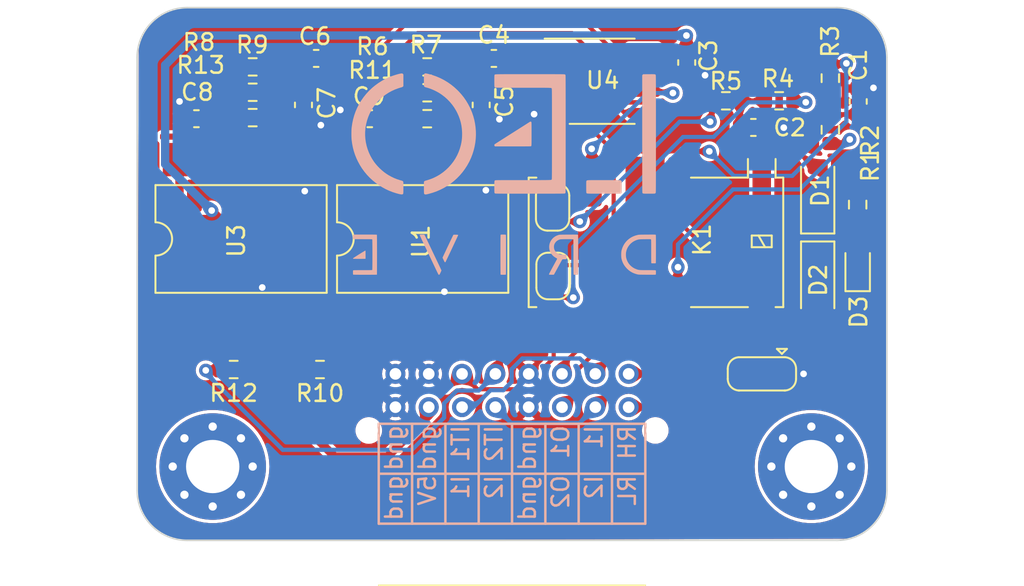
<source format=kicad_pcb>
(kicad_pcb (version 20221018) (generator pcbnew)
  (layers (0 "F.Cu" signal) (31 "B.Cu" signal) (34 "B.Paste" user) (35 "F.Paste" user) (36 "B.SilkS" user "B.Silkscreen") (37 "F.SilkS" user "F.Silkscreen") (38 "B.Mask" user) (39 "F.Mask" user) (44 "Edge.Cuts" user))
  (net 0 "")
  (net 1 "+5V")
  (net 2 "GND")
  (net 3 "Net-(D1-K)")
  (net 4 "Net-(D2-A)")
  (net 5 "AO_int_1")
  (net 6 "AO_int_2")
  (net 7 "CANL_int")
  (net 8 "CANH_int")
  (net 9 "Relay_Highside")
  (net 10 "AI_1")
  (net 11 "AI_2")
  (net 12 "Relay_Lowside")
  (net 13 "Net-(C1-Pad1)")
  (net 14 "Net-(C2-Pad1)")
  (net 15 "Net-(C4-Pad2)")
  (net 16 "Net-(C6-Pad2)")
  (net 17 "Net-(D3-A)")
  (net 18 "CANL_out")
  (net 19 "CANH_out")
  (net 20 "Net-(U1-VO)")
  (net 21 "Net-(U3-VO)")
  (net 24 "Net-(U4A-+)")
  (net 25 "Net-(U4B-+)")
  (footprint "Molex_PAD:S16B-PADSS-1" (layer "F.Cu") (at 104.8496 73.9912 180)
    (fp_text reference "J2" hide)
    (fp_text value "Conn_02x08_Odd_Even")
  )
  (footprint "Resistor_SMD:R_0603_1608Metric" (layer "F.Cu") (at 86.282 55.072198 180)
    (fp_text reference "R8")
    (fp_text value "10k")
  )
  (footprint "Resistor_SMD:R_0603_1608Metric" (layer "F.Cu") (at 90.3224 71.7296 180)
    (fp_text reference "R10")
    (fp_text value "330")
  )
  (footprint "Resistor_SMD:R_0603_1608Metric" (layer "F.Cu") (at 114.685 55.586198 180)
    (fp_text reference "R5")
    (fp_text value "60R")
  )
  (footprint "Resistor_SMD:R_0603_1608Metric" (layer "F.Cu") (at 117.885 55.586198 180)
    (fp_text reference "R4")
    (fp_text value "60R")
  )
  (footprint "Resistor_SMD:R_0603_1608Metric" (layer "F.Cu") (at 120.9562 54.226 90)
    (fp_text reference "R3")
    (fp_text value "60R")
  )
  (footprint "Diode_SMD:D_SOD-123" (layer "F.Cu") (at 120.1975 66.398698 -90)
    (fp_text reference "D2")
    (fp_text value "B0530W-HT")
  )
  (footprint "Resistor_SMD:R_0603_1608Metric" (layer "F.Cu") (at 96.759 55.104698 180)
    (fp_text reference "R6")
    (fp_text value "10k")
  )
  (footprint "Capacitor_SMD:C_0603_1608Metric" (layer "F.Cu") (at 100.76 53.040198 180)
    (fp_text reference "C4")
    (fp_text value "100n")
  )
  (footprint "Capacitor_SMD:C_0603_1608Metric" (layer "F.Cu") (at 99.998 55.834198 -90)
    (fp_text reference "C5")
    (fp_text value "100n")
  )
  (footprint "MountingHole:MountingHole_3.2mm_M3_Pad_Via" (layer "F.Cu") (at 119.8176 77.5592)
    (fp_text reference "REF**" hide)
    (fp_text value "MountingHole_3.2mm_M3_Pad_Via")
  )
  (footprint "Capacitor_SMD:C_0603_1608Metric" (layer "F.Cu") (at 112.335 53.286198 -90)
    (fp_text reference "C3")
    (fp_text value "100n")
  )
  (footprint "Capacitor_SMD:C_0603_1608Metric" (layer "F.Cu") (at 116.335 57.186198)
    (fp_text reference "C2")
    (fp_text value "4.7nF")
  )
  (footprint "Capacitor_SMD:C_0603_1608Metric" (layer "F.Cu") (at 82.904 56.661198 180)
    (fp_text reference "C8")
    (fp_text value "100n")
  )
  (footprint "Jumper:SolderJumper-2_P1.3mm_Bridged_RoundedPad1.0x1.5mm" (layer "F.Cu") (at 104.31 66.111198 -90)
    (fp_text reference "JP3" hide)
    (fp_text value "Jumper_2_Bridged")
  )
  (footprint "Resistor_SMD:R_0603_1608Metric" (layer "F.Cu") (at 122.5975 61.823698 90)
    (fp_text reference "R1")
    (fp_text value "1k")
  )
  (footprint "Capacitor_SMD:C_0603_1608Metric" (layer "F.Cu") (at 93.31 56.661198 180)
    (fp_text reference "C9")
    (fp_text value "100n")
  )
  (footprint "Package_DIP:SMDIP-8_W9.53mm" (layer "F.Cu") (at 85.585 63.886198 90)
    (fp_text reference "U3")
    (fp_text value "6N137")
  )
  (footprint "Jumper:SolderJumper-3_P1.3mm_Bridged12_RoundedPad1.0x1.5mm" (layer "F.Cu") (at 116.8496 71.9912 180)
    (fp_text reference "JP1" hide)
    (fp_text value "Jumper_3_Bridged12")
  )
  (footprint "Jumper:SolderJumper-2_P1.3mm_Bridged_RoundedPad1.0x1.5mm" (layer "F.Cu") (at 104.285 61.986198 -90)
    (fp_text reference "JP2" hide)
    (fp_text value "Jumper_2_Bridged")
  )
  (footprint "Resistor_SMD:R_0603_1608Metric" (layer "F.Cu") (at 96.759 56.661198 180)
    (fp_text reference "R11")
    (fp_text value "330")
  )
  (footprint "Package_SO:SOIC-8_3.9x4.9mm_P1.27mm" (layer "F.Cu") (at 107.26 54.411198)
    (fp_text reference "U4")
    (fp_text value "LMC6482")
  )
  (footprint "LED_SMD:LED_0603_1608Metric" (layer "F.Cu") (at 122.5975 65.536198 90)
    (fp_text reference "D3")
    (fp_text value "LED")
  )
  (footprint "Diode_SMD:D_SOD-123" (layer "F.Cu") (at 120.1975 61.198698 90)
    (fp_text reference "D1")
    (fp_text value "MMSZ9V1-HT")
  )
  (footprint "Capacitor_SMD:C_0603_1608Metric" (layer "F.Cu") (at 122.6312 55.626 90)
    (fp_text reference "C1")
    (fp_text value "4.7nF")
  )
  (footprint "Resistor_SMD:R_0603_1608Metric" (layer "F.Cu") (at 85.1408 71.7296)
    (fp_text reference "R12")
    (fp_text value "330")
  )
  (footprint "Resistor_SMD:R_0603_1608Metric" (layer "F.Cu") (at 86.282 53.548198)
    (fp_text reference "R9")
    (fp_text value "10k")
  )
  (footprint "Relay_SMD:Relay_DPDT_Kemet_EE2_NU" (layer "F.Cu") (at 110.49 64.091198 -90)
    (fp_text reference "K1")
    (fp_text value "TX2SA-12V")
  )
  (footprint "Package_DIP:SMDIP-8_W9.53mm" (layer "F.Cu") (at 96.485 63.886198 90)
    (fp_text reference "U1")
    (fp_text value "6N137")
  )
  (footprint "Capacitor_SMD:C_0603_1608Metric" (layer "F.Cu") (at 90.092 53.040198 180)
    (fp_text reference "C6")
    (fp_text value "100n")
  )
  (footprint "MountingHole:MountingHole_3.2mm_M3_Pad_Via" (layer "F.Cu") (at 83.8816 77.5592)
    (fp_text reference "REF**" hide)
    (fp_text value "MountingHole_3.2mm_M3_Pad_Via")
  )
  (footprint "Resistor_SMD:R_0603_1608Metric" (layer "F.Cu") (at 120.9562 57.326 90)
    (fp_text reference "R2")
    (fp_text value "60R")
  )
  (footprint "Resistor_SMD:R_0603_1608Metric" (layer "F.Cu") (at 96.759 53.548198)
    (fp_text reference "R7")
    (fp_text value "10k")
  )
  (footprint "Resistor_SMD:R_0603_1608Metric" (layer "F.Cu") (at 86.282 56.596198 180)
    (fp_text reference "R13")
    (fp_text value "330")
  )
  (footprint "Capacitor_SMD:C_0603_1608Metric" (layer "F.Cu") (at 89.33 55.834198 -90)
    (fp_text reference "C7")
    (fp_text value "100n")
  )
  (footprint "LOGO" (layer "B.Cu") (at 101.3496 59.9912 180)
    (fp_text reference "G***" hide)
    (fp_text value "LOGO" hide)
  )
  (gr_line (start 93.8496 77.9912) (end 109.8496 77.9912) (stroke (width 0.15)) (layer "B.SilkS"))
  (gr_line (start 101.8496 74.9912) (end 101.8496 80.9912) (stroke (width 0.15)) (layer "B.SilkS"))
  (gr_line (start 97.8496 74.9912) (end 97.8496 80.9912) (stroke (width 0.15)) (layer "B.SilkS"))
  (gr_line (start 99.8496 74.9912) (end 99.8496 80.9912) (stroke (width 0.15)) (layer "B.SilkS"))
  (gr_line (start 93.8496 80.9912) (end 93.8496 74.9912) (stroke (width 0.15)) (layer "B.SilkS"))
  (gr_line (start 95.8496 74.9912) (end 95.8496 80.9912) (stroke (width 0.15)) (layer "B.SilkS"))
  (gr_line (start 93.8496 74.9912) (end 109.8496 74.9912) (stroke (width 0.15)) (layer "B.SilkS"))
  (gr_line (start 105.8496 74.9912) (end 105.8496 80.9912) (stroke (width 0.15)) (layer "B.SilkS"))
  (gr_line (start 103.8496 74.9912) (end 103.8496 80.9912) (stroke (width 0.15)) (layer "B.SilkS"))
  (gr_line (start 107.8496 74.9912) (end 107.8496 80.9912) (stroke (width 0.15)) (layer "B.SilkS"))
  (gr_line (start 109.8496 80.9912) (end 93.8496 80.9912) (stroke (width 0.15)) (layer "B.SilkS"))
  (gr_line (start 109.8496 74.9912) (end 109.8496 80.9912) (stroke (width 0.15)) (layer "B.SilkS"))
  (gr_line (start 79.3496 78.9912) (end 79.3496 52.9912) (stroke (width 0.1)) (layer "Edge.Cuts"))
  (gr_arc (start 79.3496 52.9912) (mid 80.22828 50.86988) (end 82.3496 49.9912) (stroke (width 0.1)) (layer "Edge.Cuts"))
  (gr_arc (start 124.3496 78.9912) (mid 123.47092 81.11252) (end 121.3496 81.9912) (stroke (width 0.1)) (layer "Edge.Cuts"))
  (gr_arc (start 121.3496 49.9912) (mid 123.47092 50.86988) (end 124.3496 52.9912) (stroke (width 0.1)) (layer "Edge.Cuts"))
  (gr_line (start 121.3496 49.9912) (end 82.3496 49.9912) (stroke (width 0.1)) (layer "Edge.Cuts"))
  (gr_line (start 124.3496 78.9912) (end 124.3496 52.9912) (stroke (width 0.1)) (layer "Edge.Cuts"))
  (gr_line (start 82.3496 81.9912) (end 121.3496 81.9912) (stroke (width 0.1)) (layer "Edge.Cuts"))
  (gr_arc (start 82.3496 81.9912) (mid 80.22828 81.11252) (end 79.3496 78.9912) (stroke (width 0.1)) (layer "Edge.Cuts"))
  (gr_text "RH" (at 109.3496 74.9912 90) (layer "B.SilkS") (effects (font (size 1 1)) (justify left bottom mirror)))
  (gr_text "gnd" (at 95.3496 77.9912 90) (layer "B.SilkS") (effects (font (size 1 1)) (justify left bottom mirror)))
  (gr_text "IT2" (at 101.3496 74.9912 90) (layer "B.SilkS") (effects (font (size 1 1)) (justify left bottom mirror)))
  (gr_text "I1" (at 107.3496 74.9912 90) (layer "B.SilkS") (effects (font (size 1 1)) (justify left bottom mirror)))
  (gr_text "gnd" (at 95.3496 74.9912 90) (layer "B.SilkS") (effects (font (size 1 1)) (justify left bottom mirror)))
  (gr_text "I2" (at 101.3496 77.9912 90) (layer "B.SilkS") (effects (font (size 1 1)) (justify left bottom mirror)))
  (gr_text "I2" (at 107.3496 77.9912 90) (layer "B.SilkS") (effects (font (size 1 1)) (justify left bottom mirror)))
  (gr_text "RL" (at 109.3496 77.9912 90) (layer "B.SilkS") (effects (font (size 1 1)) (justify left bottom mirror)))
  (gr_text "5V\n" (at 97.3496 77.9912 90) (layer "B.SilkS") (effects (font (size 1 1)) (justify left bottom mirror)))
  (gr_text "gnd" (at 103.3496 77.9912 90) (layer "B.SilkS") (effects (font (size 1 1)) (justify left bottom mirror)))
  (gr_text "gnd" (at 97.3496 74.9912 90) (layer "B.SilkS") (effects (font (size 1 1)) (justify left bottom mirror)))
  (gr_text "O1" (at 105.3496 74.9912 90) (layer "B.SilkS") (effects (font (size 1 1)) (justify left bottom mirror)))
  (gr_text "I1" (at 99.3496 77.9912 90) (layer "B.SilkS") (effects (font (size 1 1)) (justify left bottom mirror)))
  (gr_text "gnd" (at 103.3496 74.9912 90) (layer "B.SilkS") (effects (font (size 1 1)) (justify left bottom mirror)))
  (gr_text "O2\n" (at 105.3496 77.9912 90) (layer "B.SilkS") (effects (font (size 1 1)) (justify left bottom mirror)))
  (gr_text "IT1" (at 99.3496 74.9912 90) (layer "B.SilkS") (effects (font (size 1 1)) (justify left bottom mirror)))
  (segment (start 109.74 52.511198) (end 109.735 52.506198) (width 0.25) (layer "F.Cu") (net 1))
  (segment (start 92.8116 59.257798) (end 92.675 59.121198) (width 1) (layer "F.Cu") (net 1))
  (segment (start 89.4974 71.7296) (end 89.4974 71.4878) (width 0.5) (layer "F.Cu") (net 1))
  (segment (start 81.8896 61.8236) (end 81.8896 59.235798) (width 0.5) (layer "F.Cu") (net 1))
  (segment (start 96.8496 73.9912) (end 96.8496 74.4912) (width 0.5) (layer "F.Cu") (net 1))
  (segment (start 91.0336 62.6872) (end 84.3788 62.6872) (width 0.5) (layer "F.Cu") (net 1))
  (segment (start 82.7532 62.6872) (end 81.8896 61.8236) (width 0.5) (layer "F.Cu") (net 1))
  (segment (start 89.4974 75.2612) (end 89.4974 71.7296) (width 0.5) (layer "F.Cu") (net 1))
  (segment (start 91.1982 76.962) (end 88.1187 73.8825) (width 0.5) (layer "F.Cu") (net 1))
  (segment (start 92.8116 60.9092) (end 92.8116 59.257798) (width 0.5) (layer "F.Cu") (net 1))
  (segment (start 84.328 62.6872) (end 84.3788 62.6872) (width 0.5) (layer "F.Cu") (net 1))
  (segment (start 94.3788 76.962) (end 91.1982 76.962) (width 0.5) (layer "F.Cu") (net 1))
  (segment (start 96.8496 74.4912) (end 94.3788 76.962) (width 0.5) (layer "F.Cu") (net 1))
  (segment (start 88.1048 73.8964) (end 85.9658 71.7574) (width 0.5) (layer "F.Cu") (net 1))
  (segment (start 91.0336 62.6872) (end 92.8116 60.9092) (width 0.5) (layer "F.Cu") (net 1))
  (segment (start 85.9658 71.7574) (end 85.9658 71.7296) (width 0.5) (layer "F.Cu") (net 1))
  (segment (start 112.3188 52.494998) (end 112.335 52.511198) (width 0.5) (layer "F.Cu") (net 1))
  (segment (start 95.215 59.121198) (end 92.675 59.121198) (width 0.25) (layer "F.Cu") (net 1))
  (segment (start 112.335 52.511198) (end 109.74 52.511198) (width 0.25) (layer "F.Cu") (net 1))
  (segment (start 84.315 59.121198) (end 81.775 59.121198) (width 0.25) (layer "F.Cu") (net 1))
  (segment (start 84.3788 62.6872) (end 82.7532 62.6872) (width 0.5) (layer "F.Cu") (net 1))
  (segment (start 83.82 62.1792) (end 84.328 62.6872) (width 0.5) (layer "F.Cu") (net 1))
  (segment (start 88.1187 73.8825) (end 88.1048 73.8964) (width 0.5) (layer "F.Cu") (net 1))
  (segment (start 90.2885 76.0523) (end 89.4974 75.2612) (width 0.5) (layer "F.Cu") (net 1))
  (segment (start 81.8896 59.235798) (end 81.775 59.121198) (width 1) (layer "F.Cu") (net 1))
  (segment (start 89.4974 71.4878) (end 91.0336 69.9516) (width 0.5) (layer "F.Cu") (net 1))
  (segment (start 112.3188 51.6636) (end 112.3188 52.494998) (width 0.5) (layer "F.Cu") (net 1))
  (segment (start 91.0336 69.9516) (end 91.0336 62.6872) (width 0.5) (layer "F.Cu") (net 1))
  (via (at 83.82 62.1792) (size 0.8) (drill 0.4) (layers "F.Cu" "B.Cu") (net 1))
  (via (at 112.3188 51.6636) (size 0.8) (drill 0.4) (layers "F.Cu" "B.Cu") (net 1))
  (segment (start 81.026 59.3852) (end 81.026 53.4416) (width 0.5) (layer "B.Cu") (net 1))
  (segment (start 82.804 51.6636) (end 112.3188 51.6636) (width 0.5) (layer "B.Cu") (net 1))
  (segment (start 81.026 53.4416) (end 82.804 51.6636) (width 0.5) (layer "B.Cu") (net 1))
  (segment (start 83.82 62.1792) (end 81.026 59.3852) (width 0.5) (layer "B.Cu") (net 1))
  (segment (start 113.426402 54.061198) (end 113.4364 54.0512) (width 0.25) (layer "F.Cu") (net 2))
  (segment (start 89.408 61.0108) (end 89.395 60.9978) (width 0.25) (layer "F.Cu") (net 2))
  (segment (start 103.246602 56.316198) (end 103.1748 56.388) (width 0.25) (layer "F.Cu") (net 2))
  (segment (start 92.068798 56.661198) (end 91.5416 56.134) (width 0.25) (layer "F.Cu") (net 2))
  (segment (start 89.933998 56.609198) (end 90.3732 57.0484) (width 0.25) (layer "F.Cu") (net 2))
  (segment (start 117.11 57.186198) (end 118.146198 57.186198) (width 0.25) (layer "F.Cu") (net 2))
  (segment (start 119.3496 71.9912) (end 118.1496 71.9912) (width 0.25) (layer "F.Cu") (net 2))
  (segment (start 89.33 56.609198) (end 89.933998 56.609198) (width 0.25) (layer "F.Cu") (net 2))
  (segment (start 112.335 54.061198) (end 113.426402 54.061198) (width 0.25) (layer "F.Cu") (net 2))
  (segment (start 100.295 60.9442) (end 100.295 59.121198) (width 0.25) (layer "F.Cu") (net 2))
  (segment (start 123.502398 54.851) (end 123.5452 54.808198) (width 0.25) (layer "F.Cu") (net 2))
  (segment (start 122.6312 54.851) (end 123.502398 54.851) (width 0.25) (layer "F.Cu") (net 2))
  (segment (start 97.755 68.651198) (end 97.755 67.091) (width 0.25) (layer "F.Cu") (net 2))
  (segment (start 82.129 55.8654) (end 82.129 56.661198) (width 0.25) (layer "F.Cu") (net 2))
  (segment (start 104.785 56.316198) (end 103.246602 56.316198) (width 0.25) (layer "F.Cu") (net 2))
  (segment (start 101.008398 56.609198) (end 101.092 56.6928) (width 0.25) (layer "F.Cu") (net 2))
  (segment (start 89.395 60.9978) (end 89.395 59.121198) (width 0.25) (layer "F.Cu") (net 2))
  (segment (start 118.146198 57.186198) (end 118.1608 57.2008) (width 0.25) (layer "F.Cu") (net 2))
  (segment (start 92.535 56.661198) (end 92.068798 56.661198) (width 0.25) (layer "F.Cu") (net 2))
  (segment (start 81.8896 55.626) (end 82.129 55.8654) (width 0.25) (layer "F.Cu") (net 2))
  (segment (start 97.755 67.091) (end 97.79 67.056) (width 0.25) (layer "F.Cu") (net 2))
  (segment (start 100.2792 60.96) (end 100.295 60.9442) (width 0.25) (layer "F.Cu") (net 2))
  (segment (start 86.855 66.802) (end 86.855 68.651198) (width 0.25) (layer "F.Cu") (net 2))
  (segment (start 99.998 56.609198) (end 101.008398 56.609198) (width 0.25) (layer "F.Cu") (net 2))
  (via (at 86.855 66.802) (size 0.8) (drill 0.4) (layers "F.Cu" "B.Cu") (net 2))
  (via (at 97.79 67.056) (size 0.8) (drill 0.4) (layers "F.Cu" "B.Cu") (net 2))
  (via (at 81.8896 55.626) (size 0.8) (drill 0.4) (layers "F.Cu" "B.Cu") (net 2))
  (via (at 113.4364 54.0512) (size 0.8) (drill 0.4) (layers "F.Cu" "B.Cu") (net 2))
  (via (at 89.408 61.0108) (size 0.8) (drill 0.4) (layers "F.Cu" "B.Cu") (net 2))
  (via (at 90.3732 57.0484) (size 0.8) (drill 0.4) (layers "F.Cu" "B.Cu") (net 2))
  (via (at 103.1748 56.388) (size 0.8) (drill 0.4) (layers "F.Cu" "B.Cu") (net 2))
  (via (at 118.1608 57.2008) (size 0.8) (drill 0.4) (layers "F.Cu" "B.Cu") (net 2))
  (via (at 119.3496 71.9912) (size 0.8) (drill 0.4) (layers "F.Cu" "B.Cu") (net 2))
  (via (at 91.5416 56.134) (size 0.8) (drill 0.4) (layers "F.Cu" "B.Cu") (net 2))
  (via (at 123.5452 54.808198) (size 0.8) (drill 0.4) (layers "F.Cu" "B.Cu") (net 2))
  (via (at 101.092 56.6928) (size 0.8) (drill 0.4) (layers "F.Cu" "B.Cu") (net 2))
  (via (at 100.2792 60.96) (size 0.8) (drill 0.4) (layers "F.Cu" "B.Cu") (net 2))
  (segment (start 120.1975 64.748698) (end 120.1975 62.848698) (width 0.25) (layer "F.Cu") (net 3))
  (segment (start 120.1975 68.048698) (end 117.1525 68.048698) (width 0.25) (layer "F.Cu") (net 4))
  (segment (start 116.8496 68.466598) (end 117.21 68.106198) (width 0.25) (layer "F.Cu") (net 4))
  (segment (start 116.8496 71.9912) (end 116.8496 68.466598) (width 0.25) (layer "F.Cu") (net 4))
  (segment (start 120.1975 68.048698) (end 120.8725 68.048698) (width 0.25) (layer "F.Cu") (net 4))
  (segment (start 120.8725 68.048698) (end 122.5975 66.323698) (width 0.25) (layer "F.Cu") (net 4))
  (segment (start 106.68 65.856198) (end 106.68 67.736198) (width 0.25) (layer "F.Cu") (net 5))
  (segment (start 106 53.776198) (end 106.485 54.261198) (width 0.25) (layer "F.Cu") (net 5))
  (segment (start 107.95 58.6232) (end 107.95 63.6524) (width 0.25) (layer "F.Cu") (net 5))
  (segment (start 106.285 65.461198) (end 106.68 65.856198) (width 0.25) (layer "F.Cu") (net 5))
  (segment (start 101.535 53.040198) (end 103.046 53.040198) (width 0.25) (layer "F.Cu") (net 5))
  (segment (start 103.782 53.776198) (end 103.046 53.040198) (width 0.25) (layer "F.Cu") (net 5))
  (segment (start 106.485 54.261198) (end 106.485 57.1582) (width 0.25) (layer "F.Cu") (net 5))
  (segment (start 104.31 65.461198) (end 106.285 65.461198) (width 0.25) (layer "F.Cu") (net 5))
  (segment (start 104.785 53.776198) (end 103.782 53.776198) (width 0.25) (layer "F.Cu") (net 5))
  (segment (start 103.046 53.040198) (end 103.58 52.506198) (width 0.25) (layer "F.Cu") (net 5))
  (segment (start 107.95 63.6524) (end 106.68 64.9224) (width 0.25) (layer "F.Cu") (net 5))
  (segment (start 103.58 52.506198) (end 104.785 52.506198) (width 0.25) (layer "F.Cu") (net 5))
  (segment (start 106.485 57.1582) (end 107.95 58.6232) (width 0.25) (layer "F.Cu") (net 5))
  (segment (start 104.785 53.776198) (end 106 53.776198) (width 0.25) (layer "F.Cu") (net 5))
  (segment (start 106.68 64.9224) (end 106.68 67.736198) (width 0.25) (layer "F.Cu") (net 5))
  (segment (start 93.394 53.040198) (end 95.68 50.754198) (width 0.25) (layer "F.Cu") (net 6))
  (segment (start 109.735 55.046198) (end 108.862 55.046198) (width 0.25) (layer "F.Cu") (net 6))
  (segment (start 108.361396 54.545594) (end 108.361396 53.776198) (width 0.25) (layer "F.Cu") (net 6))
  (segment (start 111.434198 55.046198) (end 111.506 55.118) (width 0.25) (layer "F.Cu") (net 6))
  (segment (start 108.862 55.046198) (end 108.361396 54.545594) (width 0.25) (layer "F.Cu") (net 6))
  (segment (start 104.285 61.336198) (end 104.285 60.661198) (width 0.25) (layer "F.Cu") (net 6))
  (segment (start 106.6292 60.395398) (end 106.68 60.446198) (width 0.25) (layer "F.Cu") (net 6))
  (segment (start 109.735 55.046198) (end 111.434198 55.046198) (width 0.25) (layer "F.Cu") (net 6))
  (segment (start 104.585 60.361198) (end 106.595 60.361198) (width 0.25) (layer "F.Cu") (net 6))
  (segment (start 106.094 50.754198) (end 108.361396 53.021594) (width 0.25) (layer "F.Cu") (net 6))
  (segment (start 95.68 50.754198) (end 106.094 50.754198) (width 0.25) (layer "F.Cu") (net 6))
  (segment (start 90.867 53.040198) (end 93.394 53.040198) (width 0.25) (layer "F.Cu") (net 6))
  (segment (start 106.595 60.361198) (end 106.68 60.446198) (width 0.25) (layer "F.Cu") (net 6))
  (segment (start 108.361396 53.021594) (end 108.361396 53.776198) (width 0.25) (layer "F.Cu") (net 6))
  (segment (start 104.285 60.661198) (end 104.585 60.361198) (width 0.25) (layer "F.Cu") (net 6))
  (segment (start 108.361396 53.776198) (end 109.735 53.776198) (width 0.25) (layer "F.Cu") (net 6))
  (segment (start 106.6292 58.4708) (end 106.6292 60.395398) (width 0.25) (layer "F.Cu") (net 6))
  (via (at 111.506 55.118) (size 0.8) (drill 0.4) (layers "F.Cu" "B.Cu") (net 6))
  (via (at 106.6292 58.4708) (size 0.8) (drill 0.4) (layers "F.Cu" "B.Cu") (net 6))
  (segment (start 109.982 55.118) (end 106.6292 58.4708) (width 0.25) (layer "B.Cu") (net 6))
  (segment (start 111.506 55.118) (end 109.982 55.118) (width 0.25) (layer "B.Cu") (net 6))
  (segment (start 105.5255 67.4116) (end 104.960402 67.4116) (width 0.25) (layer "F.Cu") (net 7))
  (segment (start 97.9246 72.9162) (end 92.334 72.9162) (width 0.25) (layer "F.Cu") (net 7))
  (segment (start 95.215 69.6818) (end 95.215 68.651198) (width 0.25) (layer "F.Cu") (net 7))
  (segment (start 104.31 66.761198) (end 104.31 69.9516) (width 0.25) (layer "F.Cu") (net 7))
  (segment (start 92.334 72.9162) (end 91.1474 71.7296) (width 0.25) (layer "F.Cu") (net 7))
  (segment (start 91.1474 71.2602) (end 91.9988 70.4088) (width 0.25) (layer "F.Cu") (net 7))
  (segment (start 94.488 70.4088) (end 95.215 69.6818) (width 0.25) (layer "F.Cu") (net 7))
  (segment (start 91.9988 70.4088) (end 94.488 70.4088) (width 0.25) (layer "F.Cu") (net 7))
  (segment (start 119.390998 55.586198) (end 119.4816 55.6768) (width 0.25) (layer "F.Cu") (net 7))
  (segment (start 103.232748 72.9162) (end 99.7746 72.9162) (width 0.25) (layer "F.Cu") (net 7))
  (segment (start 91.1474 71.7296) (end 91.1474 71.2602) (width 0.25) (layer "F.Cu") (net 7))
  (segment (start 103.7746 72.374348) (end 103.232748 72.9162) (width 0.25) (layer "F.Cu") (net 7))
  (segment (start 104.285 66.786198) (end 104.31 66.761198) (width 0.25) (layer "F.Cu") (net 7))
  (segment (start 98.8496 71.9912) (end 97.9246 72.9162) (width 0.25) (layer "F.Cu") (net 7))
  (segment (start 104.3496 71.033052) (end 103.7746 71.608052) (width 0.25) (layer "F.Cu") (net 7))
  (segment (start 118.71 55.586198) (end 119.390998 55.586198) (width 0.25) (layer "F.Cu") (net 7))
  (segment (start 104.21 66.861198) (end 104.31 66.761198) (width 0.25) (layer "F.Cu") (net 7))
  (segment (start 103.7746 71.608052) (end 103.7746 72.374348) (width 0.25) (layer "F.Cu") (net 7))
  (segment (start 99.7746 72.9162) (end 98.8496 71.9912) (width 0.25) (layer "F.Cu") (net 7))
  (segment (start 104.31 69.9516) (end 104.3496 69.9912) (width 0.25) (layer "F.Cu") (net 7))
  (segment (start 104.960402 67.4116) (end 104.31 66.761198) (width 0.25) (layer "F.Cu") (net 7))
  (segment (start 104.3496 69.9912) (end 104.3496 71.033052) (width 0.25) (layer "F.Cu") (net 7))
  (via (at 119.4816 55.6768) (size 0.8) (drill 0.4) (layers "F.Cu" "B.Cu") (net 7))
  (via (at 105.5255 67.4116) (size 0.8) (drill 0.4) (layers "F.Cu" "B.Cu") (net 7))
  (segment (start 112.1156 57.7596) (end 113.9444 57.7596) (width 0.25) (layer "B.Cu") (net 7))
  (segment (start 113.9444 57.7596) (end 116.0272 55.6768) (width 0.25) (layer "B.Cu") (net 7))
  (segment (start 105.5255 67.4116) (end 105.5255 64.3497) (width 0.25) (layer "B.Cu") (net 7))
  (segment (start 105.5255 64.3497) (end 112.1156 57.7596) (width 0.25) (layer "B.Cu") (net 7))
  (segment (start 116.0272 55.6768) (end 119.4816 55.6768) (width 0.25) (layer "B.Cu") (net 7))
  (segment (start 102.616 65.024) (end 102.616 69.723) (width 0.25) (layer "F.Cu") (net 8))
  (segment (start 104.488402 62.8396) (end 104.285 62.636198) (width 0.25) (layer "F.Cu") (net 8))
  (segment (start 113.86 55.586198) (end 113.86 56.7264) (width 0.25) (layer "F.Cu") (net 8))
  (segment (start 100.8496 71.4894) (end 100.8496 71.9912) (width 0.25) (layer "F.Cu") (net 8))
  (segment (start 83.4644 71.7804) (end 83.5152 71.7296) (width 0.25) (layer "F.Cu") (net 8))
  (segment (start 102.616 69.723) (end 100.8496 71.4894) (width 0.25) (layer "F.Cu") (net 8))
  (segment (start 83.5152 71.7296) (end 84.3158 71.7296) (width 0.25) (layer "F.Cu") (net 8))
  (segment (start 104.285 62.636198) (end 104.285 63.355) (width 0.25) (layer "F.Cu") (net 8))
  (segment (start 113.86 56.7264) (end 113.7412 56.8452) (width 0.25) (layer "F.Cu") (net 8))
  (segment (start 84.315 71.7288) (end 84.315 68.651198) (width 0.25) (layer "F.Cu") (net 8))
  (segment (start 84.3158 71.7296) (end 84.315 71.7288) (width 0.25) (layer "F.Cu") (net 8))
  (segment (start 105.918 62.8396) (end 104.488402 62.8396) (width 0.25) (layer "F.Cu") (net 8))
  (segment (start 104.285 63.355) (end 102.616 65.024) (width 0.25) (layer "F.Cu") (net 8))
  (via (at 105.918 62.8396) (size 0.8) (drill 0.4) (layers "F.Cu" "B.Cu") (net 8))
  (via (at 113.7412 56.8452) (size 0.8) (drill 0.4) (layers "F.Cu" "B.Cu") (net 8))
  (via (at 83.4644 71.7804) (size 0.8) (drill 0.4) (layers "F.Cu" "B.Cu") (net 8))
  (segment (start 95.839874 76.5556) (end 97.7746 74.620874) (width 0.25) (layer "B.Cu") (net 8))
  (segment (start 99.8496 72.9912) (end 100.8496 71.9912) (width 0.25) (layer "B.Cu") (net 8))
  (segment (start 97.7746 73.758052) (end 98.541452 72.9912) (width 0.25) (layer "B.Cu") (net 8))
  (segment (start 97.7746 74.620874) (end 97.7746 73.758052) (width 0.25) (layer "B.Cu") (net 8))
  (segment (start 113.7412 56.8452) (end 111.9124 56.8452) (width 0.25) (layer "B.Cu") (net 8))
  (segment (start 98.541452 72.9912) (end 99.8496 72.9912) (width 0.25) (layer "B.Cu") (net 8))
  (segment (start 88.0872 76.5556) (end 95.839874 76.5556) (width 0.25) (layer "B.Cu") (net 8))
  (segment (start 83.4644 71.9328) (end 88.0872 76.5556) (width 0.25) (layer "B.Cu") (net 8))
  (segment (start 83.4644 71.7804) (end 83.4644 71.9328) (width 0.25) (layer "B.Cu") (net 8))
  (segment (start 111.9124 56.8452) (end 105.918 62.8396) (width 0.25) (layer "B.Cu") (net 8))
  (segment (start 115.062 68.58) (end 111.6508 71.9912) (width 0.25) (layer "F.Cu") (net 9))
  (segment (start 117.585 58.611198) (end 116.84 59.356198) (width 0.25) (layer "F.Cu") (net 9))
  (segment (start 116.84 59.356198) (end 116.84 60.446198) (width 0.25) (layer "F.Cu") (net 9))
  (segment (start 122.5975 60.998698) (end 121.3975 60.998698) (width 0.25) (layer "F.Cu") (net 9))
  (segment (start 120.1975 59.798698) (end 119.01 58.611198) (width 0.25) (layer "F.Cu") (net 9))
  (segment (start 116.84 62.992) (end 115.062 64.77) (width 0.25) (layer "F.Cu") (net 9))
  (segment (start 119.01 58.611198) (end 117.585 58.611198) (width 0.25) (layer "F.Cu") (net 9))
  (segment (start 116.84 60.446198) (end 116.84 62.992) (width 0.25) (layer "F.Cu") (net 9))
  (segment (start 121.3975 60.998698) (end 120.1975 59.798698) (width 0.25) (layer "F.Cu") (net 9))
  (segment (start 111.6508 71.9912) (end 108.8496 71.9912) (width 0.25) (layer "F.Cu") (net 9))
  (segment (start 115.062 64.77) (end 115.062 68.58) (width 0.25) (layer "F.Cu") (net 9))
  (segment (start 120.9562 58.151) (end 121.878798 58.151) (width 0.25) (layer "F.Cu") (net 10))
  (segment (start 106.8496 71.8912) (end 108.3828 70.358) (width 0.25) (layer "F.Cu") (net 10))
  (segment (start 106.8496 71.9912) (end 106.8496 71.8912) (width 0.25) (layer "F.Cu") (net 10))
  (segment (start 121.878798 58.151) (end 122.1228 57.906998) (width 0.25) (layer "F.Cu") (net 10))
  (segment (start 111.76 69.596) (end 111.76 67.736198) (width 0.25) (layer "F.Cu") (net 10))
  (segment (start 98.8496 73.9912) (end 99.3496 73.9912) (width 0.25) (layer "F.Cu") (net 10))
  (segment (start 111.8108 67.685398) (end 111.76 67.736198) (width 0.25) (layer "F.Cu") (net 10))
  (segment (start 110.998 70.358) (end 111.76 69.596) (width 0.25) (layer "F.Cu") (net 10))
  (segment (start 108.3828 70.358) (end 110.998 70.358) (width 0.25) (layer "F.Cu") (net 10))
  (segment (start 111.8108 65.5828) (end 111.8108 67.685398) (width 0.25) (layer "F.Cu") (net 10))
  (via (at 122.1228 57.906998) (size 0.8) (drill 0.4) (layers "F.Cu" "B.Cu") (net 10))
  (via (at 111.8108 65.5828) (size 0.8) (drill 0.4) (layers "F.Cu" "B.Cu") (net 10))
  (segment (start 115.1128 60.9092) (end 111.8108 64.2112) (width 0.25) (layer "B.Cu") (net 10))
  (segment (start 101.8286 72.470348) (end 101.324748 72.9742) (width 0.25) (layer "B.Cu") (net 10))
  (segment (start 99.629652 73.903) (end 98.9378 73.903) (width 0.25) (layer "B.Cu") (net 10))
  (segment (start 102.466452 71.0662) (end 101.8286 71.704052) (width 0.25) (layer "B.Cu") (net 10))
  (segment (start 101.8286 71.704052) (end 101.8286 72.470348) (width 0.25) (layer "B.Cu") (net 10))
  (segment (start 111.8108 64.2112) (end 111.8108 65.5828) (width 0.25) (layer "B.Cu") (net 10))
  (segment (start 100.558452 72.9742) (end 99.629652 73.903) (width 0.25) (layer "B.Cu") (net 10))
  (segment (start 101.324748 72.9742) (end 100.558452 72.9742) (width 0.25) (layer "B.Cu") (net 10))
  (segment (start 106.8496 71.9912) (end 105.9246 71.0662) (width 0.25) (layer "B.Cu") (net 10))
  (segment (start 119.120598 60.9092) (end 115.1128 60.9092) (width 0.25) (layer "B.Cu") (net 10))
  (segment (start 98.9378 73.903) (end 98.8496 73.9912) (width 0.25) (layer "B.Cu") (net 10))
  (segment (start 122.1228 57.906998) (end 119.120598 60.9092) (width 0.25) (layer "B.Cu") (net 10))
  (segment (start 105.9246 71.0662) (end 102.466452 71.0662) (width 0.25) (layer "B.Cu") (net 10))
  (segment (start 113.03 64.008) (end 113.03 69.342) (width 0.25) (layer "F.Cu") (net 11))
  (segment (start 120.9562 53.401) (end 121.853598 53.401) (width 0.25) (layer "F.Cu") (net 11))
  (segment (start 121.853598 53.401) (end 121.9196 53.334998) (width 0.25) (layer "F.Cu") (net 11))
  (segment (start 107.7746 71.758052) (end 107.7746 73.0662) (width 0.25) (layer "F.Cu") (net 11))
  (segment (start 111.76 62.738) (end 113.03 64.008) (width 0.25) (layer "F.Cu") (net 11))
  (segment (start 113.03 69.342) (end 111.506 70.866) (width 0.25) (layer "F.Cu") (net 11))
  (segment (start 107.7746 73.0662) (end 106.8496 73.9912) (width 0.25) (layer "F.Cu") (net 11))
  (segment (start 111.76 60.446198) (end 111.76 62.738) (width 0.25) (layer "F.Cu") (net 11))
  (segment (start 112.1664 58.6232) (end 111.76 59.0296) (width 0.25) (layer "F.Cu") (net 11))
  (segment (start 111.76 59.0296) (end 111.76 60.446198) (width 0.25) (layer "F.Cu") (net 11))
  (segment (start 108.666652 70.866) (end 107.7746 71.758052) (width 0.25) (layer "F.Cu") (net 11))
  (segment (start 111.506 70.866) (end 108.666652 70.866) (width 0.25) (layer "F.Cu") (net 11))
  (segment (start 113.6904 58.6232) (end 112.1664 58.6232) (width 0.25) (layer "F.Cu") (net 11))
  (via (at 113.6904 58.6232) (size 0.8) (drill 0.4) (layers "F.Cu" "B.Cu") (net 11))
  (via (at 121.9196 53.334998) (size 0.8) (drill 0.4) (layers "F.Cu" "B.Cu") (net 11))
  (segment (start 115.1636 60.0964) (end 118.6688 60.0964) (width 0.25) (layer "B.Cu") (net 11))
  (segment (start 101.7884 74.93) (end 105.9108 74.93) (width 0.25) (layer "B.Cu") (net 11))
  (segment (start 105.9108 74.93) (end 106.8496 73.9912) (width 0.25) (layer "B.Cu") (net 11))
  (segment (start 118.6688 60.0964) (end 121.9196 56.8456) (width 0.25) (layer "B.Cu") (net 11))
  (segment (start 113.6904 58.6232) (end 115.1636 60.0964) (width 0.25) (layer "B.Cu") (net 11))
  (segment (start 100.8496 73.9912) (end 101.7884 74.93) (width 0.25) (layer "B.Cu") (net 11))
  (segment (start 121.9196 56.8456) (end 121.9196 53.334998) (width 0.25) (layer "B.Cu") (net 11))
  (segment (start 115.5496 71.9912) (end 113.1748 71.9912) (width 0.25) (layer "F.Cu") (net 12))
  (segment (start 113.1748 71.9912) (end 111.1748 73.9912) (width 0.25) (layer "F.Cu") (net 12))
  (segment (start 111.1748 73.9912) (end 108.8496 73.9912) (width 0.25) (layer "F.Cu") (net 12))
  (segment (start 121.0562 56.401) (end 120.9562 56.501) (width 0.25) (layer "F.Cu") (net 13))
  (segment (start 122.6312 56.401) (end 121.0562 56.401) (width 0.25) (layer "F.Cu") (net 13))
  (segment (start 120.9562 56.501) (end 120.9562 55.051) (width 0.25) (layer "F.Cu") (net 13))
  (segment (start 115.51 55.586198) (end 117.06 55.586198) (width 0.25) (layer "F.Cu") (net 14))
  (segment (start 115.56 55.636198) (end 115.51 55.586198) (width 0.25) (layer "F.Cu") (net 14))
  (segment (start 115.56 57.186198) (end 115.56 55.636198) (width 0.25) (layer "F.Cu") (net 14))
  (segment (start 98.982 53.040198) (end 99.985 53.040198) (width 0.25) (layer "F.Cu") (net 15))
  (segment (start 98.474 52.532198) (end 98.982 53.040198) (width 0.25) (layer "F.Cu") (net 15))
  (segment (start 95.934 55.104698) (end 95.934 53.548198) (width 0.25) (layer "F.Cu") (net 15))
  (segment (start 96.95 52.532198) (end 98.474 52.532198) (width 0.25) (layer "F.Cu") (net 15))
  (segment (start 95.934 53.548198) (end 96.95 52.532198) (width 0.25) (layer "F.Cu") (net 15))
  (segment (start 88.314 53.040198) (end 89.317 53.040198) (width 0.25) (layer "F.Cu") (net 16))
  (segment (start 86.473 52.532198) (end 87.806 52.532198) (width 0.25) (layer "F.Cu") (net 16))
  (segment (start 87.806 52.532198) (end 88.314 53.040198) (width 0.25) (layer "F.Cu") (net 16))
  (segment (start 85.457 55.072198) (end 85.457 53.548198) (width 0.25) (layer "F.Cu") (net 16))
  (segment (start 85.457 53.548198) (end 86.473 52.532198) (width 0.25) (layer "F.Cu") (net 16))
  (segment (start 122.5975 64.748698) (end 122.5975 62.648698) (width 0.25) (layer "F.Cu") (net 17))
  (segment (start 109.22 68.299) (end 109.22 67.736198) (width 0.25) (layer "F.Cu") (net 18))
  (segment (start 104.8496 71.4912) (end 106.5496 69.7912) (width 0.25) (layer "F.Cu") (net 18))
  (segment (start 106.5496 69.7912) (end 107.164998 69.7912) (width 0.25) (layer "F.Cu") (net 18))
  (segment (start 107.164998 69.7912) (end 109.22 67.736198) (width 0.25) (layer "F.Cu") (net 18))
  (segment (start 104.8496 71.9912) (end 104.8496 71.4912) (width 0.25) (layer "F.Cu") (net 18))
  (segment (start 109.22 63.246) (end 110.49 64.516) (width 0.25) (layer "F.Cu") (net 19))
  (segment (start 109.22 59.626198) (end 109.22 60.446198) (width 0.25) (layer "F.Cu") (net 19))
  (segment (start 109.22 60.446198) (end 109.22 63.246) (width 0.25) (layer "F.Cu") (net 19))
  (segment (start 105.7746 73.0662) (end 104.8496 73.9912) (width 0.25) (layer "F.Cu") (net 19))
  (segment (start 107.1496 70.7912) (end 106.741452 70.7912) (width 0.25) (layer "F.Cu") (net 19))
  (segment (start 105.7746 71.758052) (end 105.7746 73.0662) (width 0.25) (layer "F.Cu") (net 19))
  (segment (start 110.49 69.088259) (end 109.728259 69.85) (width 0.25) (layer "F.Cu") (net 19))
  (segment (start 110.49 64.516) (end 110.49 69.088259) (width 0.25) (layer "F.Cu") (net 19))
  (segment (start 108.0908 69.85) (end 107.1496 70.7912) (width 0.25) (layer "F.Cu") (net 19))
  (segment (start 109.728259 69.85) (end 108.0908 69.85) (width 0.25) (layer "F.Cu") (net 19))
  (segment (start 106.741452 70.7912) (end 105.7746 71.758052) (width 0.25) (layer "F.Cu") (net 19))
  (segment (start 97.755 59.121198) (end 97.755 56.832198) (width 0.25) (layer "F.Cu") (net 20))
  (segment (start 97.755 56.832198) (end 97.584 56.661198) (width 0.25) (layer "F.Cu") (net 20))
  (segment (start 97.584 56.661198) (end 97.584 55.072198) (width 0.25) (layer "F.Cu") (net 20))
  (segment (start 87.107 56.596198) (end 87.107 55.072198) (width 0.25) (layer "F.Cu") (net 21))
  (segment (start 86.855 59.121198) (end 86.855 56.848198) (width 0.25) (layer "F.Cu") (net 21))
  (segment (start 86.855 56.848198) (end 87.107 56.596198) (width 0.25) (layer "F.Cu") (net 21))
  (segment (start 86.76 59.026198) (end 86.855 59.121198) (width 0.25) (layer "F.Cu") (net 21))
  (segment (start 104.772 55.059198) (end 104.785 55.046198) (width 0.25) (layer "F.Cu") (net 24))
  (segment (start 99.731 55.059198) (end 99.998 55.059198) (width 0.25) (layer "F.Cu") (net 24))
  (segment (start 99.998 55.059198) (end 104.772 55.059198) (width 0.25) (layer "F.Cu") (net 24))
  (segment (start 98.22 53.548198) (end 99.731 55.059198) (width 0.25) (layer "F.Cu") (net 24))
  (segment (start 97.584 53.548198) (end 98.22 53.548198) (width 0.25) (layer "F.Cu") (net 24))
  (segment (start 87.819 53.548198) (end 89.33 55.059198) (width 0.25) (layer "F.Cu") (net 25))
  (segment (start 107.618 55.326198) (end 108.608 56.316198) (width 0.25) (layer "F.Cu") (net 25))
  (segment (start 92.645 55.059198) (end 96.188 51.516198) (width 0.25) (layer "F.Cu") (net 25))
  (segment (start 89.33 55.059198) (end 92.645 55.059198) (width 0.25) (layer "F.Cu") (net 25))
  (segment (start 108.608 56.316198) (end 109.735 56.316198) (width 0.25) (layer "F.Cu") (net 25))
  (segment (start 105.441751 51.516198) (end 107.618 53.692447) (width 0.25) (layer "F.Cu") (net 25))
  (segment (start 107.618 53.692447) (end 107.618 55.326198) (width 0.25) (layer "F.Cu") (net 25))
  (segment (start 87.107 53.548198) (end 87.819 53.548198) (width 0.25) (layer "F.Cu") (net 25))
  (segment (start 96.188 51.516198) (end 105.441751 51.516198) (width 0.25) (layer "F.Cu") (net 25))
  (zone (net 1) (net_name "+5V") (layer "F.Cu") (priority 1) (connect_pads (clearance 0.2)) (min_thickness 0.2) (fill yes (thermal_gap 0.2) (thermal_bridge_width 0.5))
    (polygon (pts (xy 85.9536 55.9816) (xy 85.9536 57.6072) (xy 85.4456 58.0136) (xy 85.4456 60.2996) (xy 80.7212 60.2996) (xy 80.7212 57.5564) (xy 83.0072 57.5564) (xy 83.0072 55.9816)))
  )
  (zone (net 1) (net_name "+5V") (layer "F.Cu") (priority 2) (connect_pads (clearance 0.2)) (min_thickness 0.25) (fill yes (thermal_gap 0.2) (thermal_bridge_width 0.5))
    (polygon (pts (xy 93.472 55.9308) (xy 96.4692 55.9308) (xy 96.4692 57.404) (xy 96.1136 57.7088) (xy 96.1644 60.198) (xy 91.6432 60.1472) (xy 91.6432 57.5564) (xy 93.472 57.5564)))
  )
  (zone (net 2) (net_name "GND") (layers "F&B.Cu") (connect_pads (clearance 0.2)) (min_thickness 0.25) (fill yes (thermal_gap 0.2) (thermal_bridge_width 0.5))
    (polygon (pts (xy 79.4512 49.53) (xy 124.3496 49.53) (xy 124.73 81.8896) (xy 79.3496 81.9912)))
  )
)
</source>
